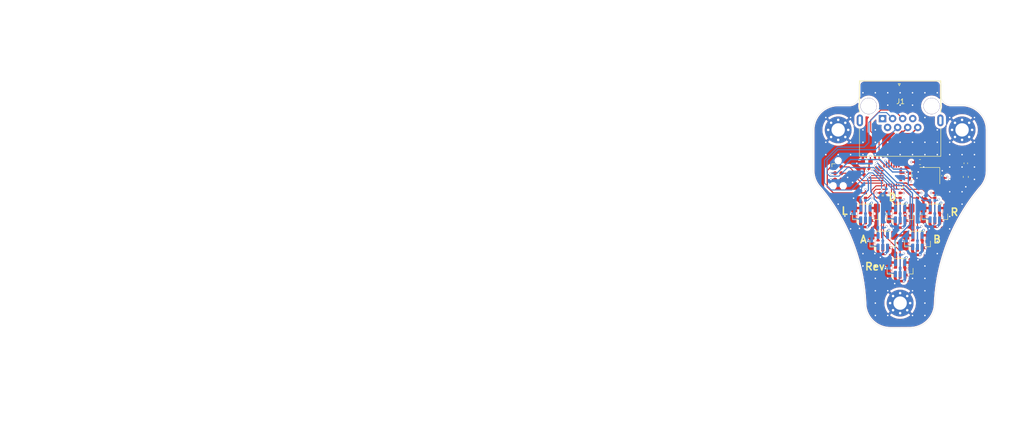
<source format=kicad_pcb>
(kicad_pcb (version 20241229) (generator "pcbnew") (generator_version "9.0")
  (title_block (title "Control Panel Logic Board") (date "2025-04-13") (rev "V3") (company "Geeks For Kids") (comment 1 "Learn Science and Math Club"))
  (layers (0 "F.Cu" signal) (4 "In1.Cu" signal) (6 "In2.Cu" signal) (2 "B.Cu" signal) (13 "F.Paste" user) (15 "B.Paste" user) (5 "F.SilkS" user "F.Silkscreen") (7 "B.SilkS" user "B.Silkscreen") (1 "F.Mask" user) (3 "B.Mask" user) (25 "Edge.Cuts" user))
  (net 0 "")
  (net 1 "GND")
  (net 2 "+5V")
  (net 3 "+3V3")
  (net 4 "nRST")
  (net 5 "nDRIVE_BTN")
  (net 6 "nLEFT_BTN")
  (net 7 "nRIGHT_BTN")
  (net 8 "nSOUND_A_BTN")
  (net 9 "SWDIO")
  (net 10 "SWCLK")
  (net 12 "nSOUND_B_BTN")
  (net 13 "nREVERSE_BTN")
  (net 14 "ACTIVE_SW")
  (net 15 "JOY_Y")
  (net 16 "JOY_X")
  (net 17 "nDRIVE_LED_CTRL")
  (net 18 "nLEFT_LED_CTRL")
  (net 19 "nRIGHT_LED_CTRL")
  (net 20 "nSOUND_A_LED_CTRL")
  (net 21 "nSOUND_B_LED_CTRL")
  (net 22 "nREVERSE_LED_CTRL")
  (net 23 "STATUS_LED")
  (net 24 "Net-(D1-A)")
  (net 25 "CLK_32kHZ_OUT")
  (net 26 "/Output Connectors/LEFT_LED")
  (net 27 "/Output Connectors/DRIVE_LED")
  (net 28 "/Output Connectors/RIGHT_LED")
  (net 29 "/Output Connectors/SOUND_A_LED")
  (net 30 "/Output Connectors/SOUND_B_LED")
  (net 31 "/Output Connectors/REVERSE_LED")
  (net 32 "Net-(U2-~{OC})")
  (net 33 "Net-(U3-~{OC})")
  (net 34 "Net-(U4-~{OC})")
  (net 35 "Net-(U5-~{OC})")
  (net 36 "Net-(U6-~{OC})")
  (net 37 "Net-(U7-~{OC})")
  (footprint "Crystal:Crystal_SMD_3225-4Pin_3.2x2.5mm" (layer "F.Cu") (at 231 94.25 180)
    (property "Reference" "Y1" (hide yes))
    (property "Value" "16MHz" (hide yes))
  )
  (footprint "Useful Modifications:JST_SH_BM03B-SRSS-TB_1x03-1MP_P1.00mm_Vertical" (layer "F.Cu") (at 221.5 107.5)
    (property "Reference" "J6" (hide yes))
    (property "Value" "JST SH")
  )
  (footprint "MountingHole:MountingHole_2.7mm_M2.5_Pad_Via" (layer "F.Cu") (at 225 120)
    (property "Reference" "H3" (hide yes))
    (property "Value" "M2.5" (hide yes))
  )
  (footprint "Useful Modifications:JST_SH_BM03B-SRSS-TB_1x03-1MP_P1.00mm_Vertical" (layer "F.Cu") (at 225 113)
    (property "Reference" "J8" (hide yes))
    (property "Value" "JST SH")
  )
  (footprint "Resistor_SMD:R_0402_1005Metric" (layer "F.Cu") (at 228.5 98.25 -90)
    (property "Reference" "R14" (hide yes))
    (property "Value" "10kΩ" (hide yes))
  )
  (footprint "Capacitor_SMD:C_0402_1005Metric" (layer "F.Cu") (at 238.25 91.75 90)
    (property "Reference" "R1" (hide yes))
    (property "Value" "470Ω" (hide yes))
  )
  (footprint "Resistor_SMD:R_0402_1005Metric" (layer "F.Cu") (at 218 98.25 -90)
    (property "Reference" "R3" (hide yes))
    (property "Value" "10kΩ" (hide yes))
  )
  (footprint "Capacitor_SMD:C_0603_1608Metric" (layer "F.Cu") (at 229 91.5)
    (property "Reference" "C4" (hide yes))
    (property "Value" "10uF" (hide yes))
  )
  (footprint "Useful Modifications:JST_SH_BM03B-SRSS-TB_1x03-1MP_P1.00mm_Vertical" (layer "F.Cu") (at 225 102)
    (property "Reference" "J4" (hide yes))
    (property "Value" "JST SH")
  )
  (footprint "Capacitor_SMD:C_0603_1608Metric" (layer "F.Cu") (at 218.25 91.5 180)
    (property "Reference" "C3" (hide yes))
    (property "Value" "10uF" (hide yes))
  )
  (footprint "Resistor_SMD:R_0402_1005Metric" (layer "F.Cu") (at 232 98.25 -90)
    (property "Reference" "R7" (hide yes))
    (property "Value" "10kΩ" (hide yes))
  )
  (footprint "Resistor_SMD:R_0402_1005Metric" (layer "F.Cu") (at 225 98.25 -90)
    (property "Reference" "R5" (hide yes))
    (property "Value" "10kΩ" (hide yes))
  )
  (footprint "MountingHole:MountingHole_2.7mm_M2.5_Pad_Via" (layer "F.Cu") (at 212.5 85)
    (property "Reference" "H1" (hide yes))
    (property "Value" "M2.5" (hide yes))
  )
  (footprint "Useful Modifications:JST_SH_BM03B-SRSS-TB_1x03-1MP_P1.00mm_Vertical" (layer "F.Cu") (at 218 102)
    (property "Reference" "J3" (hide yes))
    (property "Value" "JST SH")
  )
  (footprint "Capacitor_SMD:C_0402_1005Metric" (layer "F.Cu") (at 227.4 93.75)
    (property "Reference" "C5" (hide yes))
    (property "Value" "100nF" (hide yes))
  )
  (footprint "Resistor_SMD:R_0402_1005Metric" (layer "F.Cu") (at 222 98.25 -90)
    (property "Reference" "R16" (hide yes))
    (property "Value" "10kΩ" (hide yes))
  )
  (footprint "Useful Modifications:STM32G031G8U6" (layer "F.Cu") (at 223.25 94.25 180)
    (property "Reference" "U1" (hide yes))
    (property "Value" "UFQFPN-28" (hide yes))
  )
  (footprint "Useful Modifications:JST_SH_BM03B-SRSS-TB_1x03-1MP_P1.00mm_Vertical" (layer "F.Cu") (at 228.5 107.5)
    (property "Reference" "J7" (hide yes))
    (property "Value" "JST SH")
  )
  (footprint "Capacitor_SMD:C_0402_1005Metric" (layer "F.Cu") (at 218.25 92.75 180)
    (property "Reference" "C1" (hide yes))
    (property "Value" "100nF" (hide yes))
  )
  (footprint "Capacitor_SMD:C_0402_1005Metric" (layer "F.Cu") (at 227.4 94.75)
    (property "Reference" "C2" (hide yes))
    (property "Value" "100nF" (hide yes))
  )
  (footprint "Capacitor_SMD:C_0603_1608Metric" (layer "F.Cu") (at 238.25 94.5 90)
    (property "Reference" "D1" (hide yes))
    (property "Value" "Red" (hide yes))
  )
  (footprint "Useful Modifications:JST_SH_BM03B-SRSS-TB_1x03-1MP_P1.00mm_Vertical" (layer "F.Cu") (at 232 102)
    (property "Reference" "J5" (hide yes))
    (property "Value" "JST SH")
  )
  (footprint "Useful Modifications:RJ45_x08_Tab_Up" (layer "F.Cu") (at 225.23098 79.12082 180)
    (property "Reference" "J1")
    (property "Value" "8P8C" (hide yes))
  )
  (footprint "Resistor_SMD:R_0402_1005Metric" (layer "F.Cu") (at 221 98.25 -90)
    (property "Reference" "R12" (hide yes))
    (property "Value" "10kΩ" (hide yes))
  )
  (footprint "MountingHole:MountingHole_2.7mm_M2.5_Pad_Via" (layer "F.Cu") (at 237.5 85)
    (property "Reference" "H2" (hide yes))
    (property "Value" "M2.5" (hide yes))
  )
  (footprint "Capacitor_SMD:C_0402_1005Metric" (layer "F.Cu") (at 233.75 94.25 -90)
    (property "Reference" "C6" (hide yes))
    (property "Value" "100nF" (hide yes))
  )
  (footprint "Connector:Tag-Connect_TC2030-IDC-NL_2x03_P1.27mm_Vertical" (layer "F.Cu") (at 212.5 93.75 -90)
    (property "Reference" "J2" (hide yes))
    (property "Value" "TC2030" (hide yes))
  )
  (footprint "Resistor_SMD:R_0402_1005Metric" (layer "B.Cu") (at 224.5 99.25 180)
    (property "Reference" "R4" (hide yes))
    (property "Value" "10kΩ" (hide yes))
  )
  (footprint "Resistor_SMD:R_0402_1005Metric" (layer "B.Cu") (at 219.25 108 90)
    (property "Reference" "R17" (hide yes))
    (property "Value" "10kΩ" (hide yes))
  )
  (footprint "Resistor_SMD:R_0402_1005Metric" (layer "B.Cu") (at 217.5 99.25 180)
    (property "Reference" "R2" (hide yes))
    (property "Value" "10kΩ" (hide yes))
  )
  (footprint "Resistor_SMD:R_0402_1005Metric" (layer "B.Cu") (at 226.25 108 90)
    (property "Reference" "R18" (hide yes))
    (property "Value" "10kΩ" (hide yes))
  )
  (footprint "Resistor_SMD:R_0402_1005Metric" (layer "B.Cu") (at 224.5 110.25 180)
    (property "Reference" "R15" (hide yes))
    (property "Value" "10kΩ" (hide yes))
  )
  (footprint "Resistor_SMD:R_0402_1005Metric" (layer "B.Cu") (at 222.75 102.5 90)
    (property "Reference" "R9" (hide yes))
    (property "Value" "10kΩ" (hide yes))
  )
  (footprint "Package_TO_SOT_SMD:SOT-23-5" (layer "B.Cu") (at 232 102 90)
    (property "Reference" "U4" (hide yes))
    (property "Value" "TPS2041B" (hide yes))
  )
  (footprint "Package_TO_SOT_SMD:SOT-23-5" (layer "B.Cu") (at 225 102 90)
    (property "Reference" "U3" (hide yes))
    (property "Value" "TPS2041B" (hide yes))
  )
  (footprint "Resistor_SMD:R_0402_1005Metric" (layer "B.Cu") (at 221 104.75 180)
    (property "Reference" "R11" (hide yes))
    (property "Value" "10kΩ" (hide yes))
  )
  (footprint "Package_TO_SOT_SMD:SOT-23-5" (layer "B.Cu") (at 221.5 107.5 90)
    (property "Reference" "U5" (hide yes))
    (property "Value" "TPS2041B" (hide yes))
  )
  (footprint "Resistor_SMD:R_0402_1005Metric" (layer "B.Cu") (at 222.75 113.5 90)
    (property "Reference" "R19" (hide yes))
    (property "Value" "10kΩ" (hide yes))
  )
  (footprint "Package_TO_SOT_SMD:SOT-23-5" (layer "B.Cu") (at 218 102 90)
    (property "Reference" "U2" (hide yes))
    (property "Value" "TPS2041B" (hide yes))
  )
  (footprint "Resistor_SMD:R_0402_1005Metric" (layer "B.Cu") (at 215.75 102.5 90)
    (property "Reference" "R8" (hide yes))
    (property "Value" "10kΩ" (hide yes))
  )
  (footprint "Resistor_SMD:R_0402_1005Metric" (layer "B.Cu") (at 231.5 99.25 180)
    (property "Reference" "R6" (hide yes))
    (property "Value" "10kΩ" (hide yes))
  )
  (footprint "Package_TO_SOT_SMD:SOT-23-5" (layer "B.Cu") (at 228.5 107.5 90)
    (property "Reference" "U6" (hide yes))
    (property "Value" "TPS2041B" (hide yes))
  )
  (footprint "Resistor_SMD:R_0402_1005Metric" (layer "B.Cu") (at 228 104.75 180)
    (property "Reference" "R13" (hide yes))
    (property "Value" "10kΩ" (hide yes))
  )
  (footprint "Package_TO_SOT_SMD:SOT-23-5" (layer "B.Cu") (at 225 113 90)
    (property "Reference" "U7" (hide yes))
    (property "Value" "TPS2041B" (hide yes))
  )
  (footprint "Resistor_SMD:R_0402_1005Metric" (layer "B.Cu") (at 229.75 102.5 90)
    (property "Reference" "R10" (hide yes))
    (property "Value" "10kΩ" (hide yes))
  )
  (gr_line (start 233.25 76) (end 233.25 78) (stroke (width 0.05)) (layer "Edge.Cuts"))
  (gr_line (start 212.5 80) (end 214.75 80) (stroke (width 0.05)) (layer "Edge.Cuts"))
  (gr_line (start 217.75 75) (end 232.25 75) (stroke (width 0.05)) (layer "Edge.Cuts"))
  (gr_line (start 242.5 85) (end 242.5 93.25) (stroke (width 0.05)) (layer "Edge.Cuts"))
  (gr_arc (start 232.028885 120.001324) (mid 230.555491 123.556427) (end 227 125.028885) (stroke (width 0.05)) (layer "Edge.Cuts"))
  (gr_arc (start 237.5 80) (mid 241.035534 81.464466) (end 242.5 85) (stroke (width 0.05)) (layer "Edge.Cuts"))
  (gr_arc (start 208.954952 96.775997) (mid 207.878027 95.157193) (end 207.499998 93.25) (stroke (width 0.05)) (layer "Edge.Cuts"))
  (gr_arc (start 208.954952 96.775997) (mid 215.362124 107.6505) (end 217.960796 120.001759) (stroke (width 0.05)) (layer "Edge.Cuts"))
  (gr_arc (start 216.75 78) (mid 216.164214 79.414214) (end 214.75 80) (stroke (width 0.05)) (layer "Edge.Cuts"))
  (gr_arc (start 207.5 85) (mid 208.964466 81.464466) (end 212.5 80) (stroke (width 0.05)) (layer "Edge.Cuts"))
  (gr_arc (start 232.028885 120.001316) (mid 234.633738 107.651643) (end 241.042598 96.778456) (stroke (width 0.05)) (layer "Edge.Cuts"))
  (gr_line (start 225 125.039204) (end 227 125.028885) (stroke (width 0.05)) (layer "Edge.Cuts"))
  (gr_arc (start 216.75 76) (mid 217.042893 75.292893) (end 217.75 75) (stroke (width 0.05)) (layer "Edge.Cuts"))
  (gr_arc (start 223 125.039204) (mid 219.437372 123.563882) (end 217.960796 120.001774) (stroke (width 0.05)) (layer "Edge.Cuts"))
  (gr_arc (start 242.5 93.25) (mid 242.121309 95.158797) (end 241.042598 96.778456) (stroke (width 0.05)) (layer "Edge.Cuts"))
  (gr_line (start 235.25 80) (end 237.5 80) (stroke (width 0.05)) (layer "Edge.Cuts"))
  (gr_line (start 216.75 76) (end 216.75 78) (stroke (width 0.05)) (layer "Edge.Cuts"))
  (gr_line (start 223 125.039204) (end 225 125.039204) (stroke (width 0.05)) (layer "Edge.Cuts"))
  (gr_line (start 207.5 85) (end 207.5 93.25) (stroke (width 0.05)) (layer "Edge.Cuts"))
  (gr_arc (start 235.25 80) (mid 233.835786 79.414214) (end 233.25 78) (stroke (width 0.05)) (layer "Edge.Cuts"))
  (gr_arc (start 232.25 75) (mid 232.957107 75.292893) (end 233.25 76) (stroke (width 0.05)) (layer "Edge.Cuts"))
  (gr_text "L" (at 213 102.25 0) (layer "F.SilkS") (effects (font (size 1.5 1.5) (thickness 0.3) (bold yes)) (justify left bottom)))
  (gr_text "Rev" (at 217.75 113.5 0) (layer "F.SilkS") (effects (font (size 1.5 1.5) (thickness 0.3) (bold yes)) (justify left bottom)))
  (gr_text "D" (at 222.5 99.5 0) (layer "F.SilkS") (effects (font (size 1.5 1.5) (thickness 0.3) (bold yes)) (justify left bottom)))
  (gr_text "B" (at 231.5 108 0) (layer "F.SilkS") (effects (font (size 1.5 1.5) (thickness 0.3) (bold yes)) (justify left bottom)))
  (gr_text "A" (at 216.75 108 0) (layer "F.SilkS") (effects (font (size 1.5 1.5) (thickness 0.3) (bold yes)) (justify left bottom)))
  (gr_text "R" (at 235 102.5 0) (layer "F.SilkS") (effects (font (size 1.5 1.5) (thickness 0.3) (bold yes)) (justify left bottom)))
  (segment (start 223.175 108.825) (end 222.5 108.825) (width 0.508) (layer "F.Cu") (net 1))
  (segment (start 226 102.05) (end 226 103.325) (width 0.508) (layer "F.Cu") (net 1))
  (segment (start 228.4 93.75) (end 228.65 93.5) (width 0.2032) (layer "F.Cu") (net 1))
  (segment (start 229.8 93.5) (end 229.9 93.4) (width 0.2032) (layer "F.Cu") (net 1))
  (segment (start 217.25 93.75) (end 217.5 93.75) (width 0.254) (layer "F.Cu") (net 1))
  (segment (start 217.475 91.5) (end 216.5 91.5) (width 0.508) (layer "F.Cu") (net 1))
  (segment (start 229.9 92.65) (end 229.75 92.5) (width 0.2032) (layer "F.Cu") (net 1))
  (segment (start 217.77 93.48) (end 217.77 92.75) (width 0.254) (layer "F.Cu") (net 1))
  (segment (start 217.5 93.75) (end 217.77 93.48) (width 0.254) (layer "F.Cu") (net 1))
  (segment (start 225.973797 94.22338) (end 225.947177 94.25) (width 0.2032) (layer "F.Cu") (net 1))
  (segment (start 219.75 103.325) (end 219 103.325) (width 0.508) (layer "F.Cu") (net 1))
  (segment (start 226.036927 94.22338) (end 225.973797 94.22338) (width 0.2032) (layer "F.Cu") (net 1))
  (segment (start 229.9 93.4) (end 229.9 92.65) (width 0.2032) (layer "F.Cu") (net 1))
  (segment (start 225.947177 94.25) (end 225.2947 94.25) (width 0.2032) (layer "F.Cu") (net 1))
  (segment (start 227.88 94.75) (end 228.4 94.75) (width 0.2032) (layer "F.Cu") (net 1))
  (segment (start 227.88 93.75) (end 228.4 93.75) (width 0.2032) (layer "F.Cu") (net 1))
  (segment (start 233.757515 103.325) (end 233 103.325) (width 0.508) (layer "F.Cu") (net 1))
  (segment (start 238.25 95.275) (end 238.25 96.5) (width 0.508) (layer "F.Cu") (net 1))
  (segment (start 211.02 95.02) (end 211.865 95.02) (width 0.254) (layer "F.Cu") (net 1))
  (segment (start 228.65 93.5) (end 229.8 93.5) (width 0.2032) (layer "F.Cu") (net 1))
  (segment (start 233.5 93.77) (end 233.5 93.25) (width 0.2032) (layer "F.Cu") (net 1))
  (segment (start 230.15 108.825) (end 229.5 108.825) (width 0.508) (layer "F.Cu") (net 1))
  (segment (start 233.763732 103.331217) (end 233.757515 103.325) (width 0.508) (layer "F.Cu") (net 1))
  (segment (start 226.675 114.325) (end 226 114.325) (width 0.508) (layer "F.Cu") (net 1))
  (segment (start 216.5 91.5) (end 216.25 91.75) (width 0.508) (layer "F.Cu") (net 1))
  (via (at 230 87.5) (size 0.4) (drill 0.3) (layers "F.Cu" "B.Cu") (net 1))
  (via (at 215 102) (size 0.4) (drill 0.3) (layers "F.Cu" "B.Cu") (net 1))
  (via (at 212.5 90) (size 0.4) (drill 0.3) (layers "F.Cu" "B.Cu") (net 1))
  (via (at 235 90) (size 0.4) (drill 0.3) (layers "F.Cu" "B.Cu") (net 1))
  (via (at 230 115) (size 0.4) (drill 0.3) (layers "F.Cu" "B.Cu") (net 1))
  (via (at 230.9 104.95) (size 0.4) (drill 0.3) (layers "F.Cu" "B.Cu") (net 1))
  (via (at 227.5 80) (size 0.4) (drill 0.3) (layers "F.Cu" "B.Cu") (net 1))
  (via (at 225 87.5) (size 0.4) (drill 0.3) (layers "F.Cu" "B.Cu") (net 1))
  (via (at 240 87.5) (size 0.4) (drill 0.3) (layers "F.Cu" "B.Cu") (net 1))
  (via (at 235 102.5) (size 0.4) (drill 0.3) (layers "F.Cu" "B.Cu") (net 1))
  (via (at 223.175 108.825) (size 0.4) (drill 0.3) (layers "F.Cu" "B.Cu") (net 1))
  (via (at 230 90) (size 0.4) (drill 0.3) (layers "F.Cu" "B.Cu") (net 1))
  (via (at 226.036927 94.22338) (size 0.4) (drill 0.3) (layers "F.Cu" "B.Cu") (net 1))
  (via (at 211.02 95.02) (size 0.4) (drill 0.3) (layers "F.Cu" "B.Cu") (net 1))
  (via (at 222.5 115) (size 0.4) (drill 0.3) (layers "F.Cu" "B.Cu") (net 1))
  (via (at 215 105) (size 0.4) (drill 0.3) (layers "F.Cu" "B.Cu") (net 1))
  (via (at 222.5 80) (size 0.4) (drill 0.3) (layers "F.Cu" "B.Cu") (net 1))
  (via (at 210 90) (size 0.4) (drill 0.3) (layers "F.Cu" "B.Cu") (net 1))
  (via (at 215 90) (size 0.4) (drill 0.3) (layers "F.Cu" "B.Cu") (net 1))
  (via (at 233.763732 103.331217) (size 0.4) (drill 0.3) (layers "F.Cu" "B.Cu") (net 1))
  (via (at 220 117.5) (size 0.4) (drill 0.3) (layers "F.Cu" "B.Cu") (net 1))
  (via (at 235 82.5) (size 0.4) (drill 0.3) (layers "F.Cu" "B.Cu") (net 1))
  (via (at 220 85) (size 0.4) (drill 0.3) (layers "F.Cu" "B.Cu") (net 1))
  (via (at 214.4 94.6) (size 0.4) (drill 0.3) (layers "F.Cu" "B.Cu") (net 1))
  (via (at 238.25 96.5) (size 0.4) (drill 0.3) (layers "F.Cu" "B.Cu") (net 1))
  (via (at 227.5 117.5) (size 0.4) (drill 0.3) (layers "F.Cu" "B.Cu") (net 1))
  (via (at 230 122.5) (size 0.4) (drill 0.3) (layers "F.Cu" "B.Cu") (net 1))
  (via (at 235 87.5) (size 0.4) (drill 0.3) (layers "F.Cu" "B.Cu") (net 1))
  (via (at 227.5 87.5) (size 0.4) (drill 0.3) (layers "F.Cu" "B.Cu") (net 1))
  (via (at 227.5 90) (size 0.4) (drill 0.3) (layers "F.Cu" "B.Cu") (net 1))
  (via (at 223.9 116.05) (size 0.4) (drill 0.3) (layers "F.Cu" "B.Cu") (net 1))
  (via (at 210 82.5) (size 0.4) (drill 0.3) (layers "F.Cu" "B.Cu") (net 1))
  (via (at 226.675 114.325) (size 0.4) (drill 0.3) (layers "F.Cu" "B.Cu") (net 1))
  (via (at 230 77.5) (size 0.4) (drill 0.3) (layers "F.Cu" "B.Cu") (net 1))
  (via (at 227.5 122.5) (size 0.4) (drill 0.3) (layers "F.Cu" "B.Cu") (net 1))
  (via (at 213.85 102.4) (size 0.4) (drill 0.3) (layers "F.Cu" "B.Cu") (net 1))
  (via (at 223.6 104.85) (size 0.4) (drill 0.3) (layers "F.Cu" "B.Cu") (net 1))
  (via (at 228.65 93.5) (size 0.4) (drill 0.3) (layers "F.Cu" "B.Cu") (net 1))
  (via (at 227.5 77.5) (size 0.4) (drill 0.3) (layers "F.Cu" "B.Cu") (net 1))
  (via (at 217.5 110) (size 0.4) (drill 0.3) (layers "F.Cu" "B.Cu") (net 1))
  (via (at 217.5 107.5) (size 0.4) (drill 0.3) (layers "F.Cu" "B.Cu") (net 1))
  (via (at 219.75 103.325) (size 0.4) (drill 0.3) (layers "F.Cu" "B.Cu") (net 1))
  (via (at 215 82.5) (size 0.4) (drill 0.3) (layers "F.Cu" "B.Cu") (net 1))
  (via (at 232.5 77.5) (size 0.4) (drill 0.3) (layers "F.Cu" "B.Cu") (net 1))
  (via (at 220 120) (size 0.4) (drill 0.3) (layers "F.Cu" "B.Cu") (net 1))
  (via (at 217.5 112.5) (size 0.4) (drill 0.3) (layers "F.Cu" "B.Cu") (net 1))
  (via (at 227.5 115) (size 0.4) (drill 0.3) (layers "F.Cu" "B.Cu") (net 1))
  (via (at 217.5 85) (size 0.4) (drill 0.3) (layers "F.Cu" "B.Cu") (net 1))
  (via (at 216.25 91.75) (size 0.4) (drill 0.3) (layers "F.Cu" "B.Cu") (net 1))
  (via (at 230 104) (size 0.4) (drill 0.3) (layers "F.Cu" "B.Cu") (net 1))
  (via (at 240 90) (size 0.4) (drill 0.3) (layers "F.Cu" "B.Cu") (net 1))
  (via (at 229.75 92.5) (size 0.4) (drill 0.3) (layers "F.Cu" "B.Cu") (net 1))
  (via (at 235 105) (size 0.4) (drill 0.3) (layers "F.Cu" "B.Cu") (net 1))
  (via (at 225 77.5) (size 0.4) (drill 0.3) (layers "F.Cu" "B.Cu") (net 1))
  (via (at 240 95) (size 0.4) (drill 0.3) (layers "F.Cu" "B.Cu") (net 1))
  (via (at 220 87.5) (size 0.4) (drill 0.3) (layers "F.Cu" "B.Cu") (net 1))
  (via (at 222.5 122.5) (size 0.4) (drill 0.3) (layers "F.Cu" "B.Cu") (net 1))
  (via (at 212.5 100) (size 0.4) (drill 0.3) (layers "F.Cu" "B.Cu") (net 1))
  (via (at 222.2 102) (size 0.4) (drill 0.3) (layers "F.Cu" "B.Cu") (net 1))
  (via (at 215.6 98.8) (size 0.4) (drill 0.3) (layers "F.Cu" "B.Cu") (net 1))
  (via (at 229.05 102) (size 0.4) (drill 0.3) (layers "F.Cu" "B.Cu") (net 1))
  (via (at 232.5 85) (size 0.4) (drill 0.3) (layers "F.Cu" "B.Cu") (net 1))
  (via (at 235 95) (size 0.4) (drill 0.3) (layers "F.Cu" "B.Cu") (net 1))
  (via (at 219.9 110) (size 0.4) (drill 0.3) (layers "F.Cu" "B.Cu") (net 1))
  (via (at 222.5 87.5) (size 0.4) (drill 0.3) (layers "F.Cu" "B.Cu") (net 1))
  (via (at 237.5 92.5) (size 0.4) (drill 0.3) (layers "F.Cu" "B.Cu") (net 1))
  (via (at 222.5 90) (size 0.4) (drill 0.3) (layers "F.Cu" "B.Cu") (net 1))
  (via (at 220 77.5) (size 0.4) (drill 0.3) (layers "F.Cu" "B.Cu") (net 1))
  (via (at 220 115) (size 0.4) (drill 0.3) (layers "F.Cu" "B.Cu") (net 1))
  (via (at 218.5 107.49) (size 0.4) (drill 0.3) (layers "F.Cu" "B.Cu") (net 1))
  (via (at 232.5 110) (size 0.4) (drill 0.3) (layers "F.Cu" "B.Cu") (net 1))
  (via (at 217.5 90) (size 0.4) (drill 0.3) (layers "F.Cu" "B.Cu") (net 1))
  (via (at 240 92.5) (size 0.4) (drill 0.3) (layers "F.Cu" "B.Cu") (net 1))
  (via (at 225 80) (size 0.4) (drill 0.3) (layers "F.Cu" "B.Cu") (net 1))
  (via (at 223 104) (size 0.4) (drill 0.3) (layers "F.Cu" "B.Cu") (net 1))
  (via (at 220 122.5) (size 0.4) (drill 0.3) (layers "F.Cu" "B.Cu") (net 1))
  (via (at 232.5 107.5) (size 0.4) (drill 0.3) (layers "F.Cu" "B.Cu") (net 1))
  (via (at 230 82.5) (size 0.4) (drill 0.3) (layers "F.Cu" "B.Cu") (net 1))
  (via (at 222.0052 113) (size 0.4) (drill 0.3) (layers "F.Cu" "B.Cu") (net 1))
  (via (at 225.5 107.5) (size 0.4) (drill 0.3) (layers "F.Cu" "B.Cu") (net 1))
  (via (at 230 117.5) (size 0.4) (drill 0.3) (layers "F.Cu" "B.Cu") (net 1))
  (via (at 228.6 111.25) (size 0.4) (drill 0.3) (layers "F.Cu" "B.Cu") (net 1))
  (via (at 235 92.5) (size 0.4) (drill 0.3) (layers "F.Cu" "B.Cu") (net 1))
  (via (at 210 87.5) (size 0.4) (drill 0.3) (layers "F.Cu" "B.Cu") (net 1))
  (via (at 232.5 90) (size 0.4) (drill 0.3) (layers "F.Cu" "B.Cu") (net 1))
  (via (at 221.017748 110.75) (size 0.4) (drill 0.3) (layers "F.Cu" "B.Cu") (net 1))
  (via (at 235 97.5) (size 0.4) (drill 0.3) (layers "F.Cu" "B.Cu") (net 1))
  (via (at 215.4 95.6) (size 0.4) (drill 0.3) (layers "F.Cu" "B.Cu") (net 1))
  (via (at 216.8 104.9) (size 0.4) (drill 0.3) (layers "F.Cu" "B.Cu") (net 1))
  (via (at 232.5 87.5) (size 0.4) (drill 0.3) (layers "F.Cu" "B.Cu") (net 1))
  (via (at 228.4 94.75) (size 0.4) (drill 0.3) (layers "F.Cu" "B.Cu") (net 1))
  (via (at 217.5 87.5) (size 0.4) (drill 0.3) (layers "F.Cu" "B.Cu") (net 1))
  (via (at 217 96.8) (size 0.4) (drill 0.3) (layers "F.Cu" "B.Cu") (net 1))
  (via (at 230.15 108.825) (size 0.4) (drill 0.3) (layers "F.Cu" "B.Cu") (net 1))
  (via (at 220 90) (size 0.4) (drill 0.3) (layers "F.Cu" "B.Cu") (net 1))
  (via (at 233.5 93.25) (size 0.4) (drill 0.3) (layers "F.Cu" "B.Cu") (net 1))
  (via (at 237.5 97.5) (size 0.4) (drill 0.3) (layers "F.Cu" "B.Cu") (net 1))
  (via (at 225 90) (size 0.4) (drill 0.3) (layers "F.Cu" "B.Cu") (net 1))
  (via (at 222.5 77.5) (size 0.4) (drill 0.3) (layers "F.Cu" "B.Cu") (net 1))
  (via (at 217.5 77.5) (size 0.4) (drill 0.3) (layers "F.Cu" "B.Cu") (net 1))
  (via (at 230 112.5) (size 0.4) (drill 0.3) (layers "F.Cu" "B.Cu") (net 1))
  (via (at 226 102.05) (size 0.4) (drill 0.3) (layers "F.Cu" "B.Cu") (net 1))
  (via (at 237.5 90) (size 0.4) (drill 0.3) (layers "F.Cu" "B.Cu") (net 1))
  (via (at 230 120) (size 0.4) (drill 0.3) (layers "F.Cu" "B.Cu") (net 1))
  (via (at 217.25 93.75) (size 0.4) (drill 0.3) (layers "F.Cu" "B.Cu") (net 1))
  (via (at 230 110) (size 0.4) (drill 0.3) (layers "F.Cu" "B.Cu") (net 1))
  (via (at 240 82.5) (size 0.4) (drill 0.3) (layers "F.Cu" "B.Cu") (net 1))
  (via (at 220 112.5) (size 0.4) (drill 0.3) (layers "F.Cu" "B.Cu") (net 1))
  (via (at 237.5 100) (size 0.4) (drill 0.3) (layers "F.Cu" "B.Cu") (net 1))
  (via (at 229.75 98.5) (size 0.4) (drill 0.3) (layers "F.Cu" "B.Cu") (net 1))
  (via (at 215 87.5) (size 0.4) (drill 0.3) (layers "F.Cu" "B.Cu") (net 1))
  (via (at 222.5 117.5) (size 0.4) (drill 0.3) (layers "F.Cu" "B.Cu") (net 1))
  (segment (start 218 103.750001) (end 218 103.1375) (width 0.2032) (layer "B.Cu") (net 1))
  (segment (start 216.850001 104.9) (end 218 103.750001) (width 0.2032) (layer "B.Cu") (net 1))
  (segment (start 223.929773 116.05) (end 225 114.979773) (width 0.2032) (layer "B.Cu") (net 1))
  (segment (start 232 103.979773) (end 232 103.1375) (width 0.2032) (layer "B.Cu") (net 1))
  (segment (start 228.25 108.8875) (end 228.5 108.6375) (width 0.2032) (layer "B.Cu") (net 1))
  (segment (start 222.75 112.99) (end 222.0152 112.99) (width 0.2032) (layer "B.Cu") (net 1))
  (segment (start 222.22236 102.02236) (end 222.71764 102.02236) (width 0.2032) (layer "B.Cu") (net 1))
  (segment (start 225.51 107.49) (end 225.5 107.5) (width 0.2032) (layer "B.Cu") (net 1))
  (segment (start 225 103.75) (end 225 103.1375) (width 0.2032) (layer "B.Cu") (net 1))
  (segment (start 221.5 109.75) (end 221.5 108.6375) (width 0.2032) (layer "B.Cu") (net 1))
  (segment (start 223.9 104.85) (end 225 103.75) (width 0.2032) (layer "B.Cu") (net 1))
  (segment (start 228.25 110.9) (end 228.25 108.8875) (width 0.2032) (layer "B.Cu") (net 1))
  (segment (start 231.029773 104.95) (end 232 103.979773) (width 0.2032) (layer "B.Cu") (net 1))
  (segment (start 229.06 101.99) (end 229.75 101.99) (width 0.2032) (layer "B.Cu") (net 1))
  (segment (start 215.01 101.99) (end 215 102) (width 0.2032) (layer "B.Cu") (net 1))
  (segment (start 228.6 111.25) (end 228.25 110.9) (width 0.2032) (layer "B.Cu") (net 1))
  (segment (start 223.6 104.85) (end 223.9 104.85) (width 0.2032) (layer "B.Cu") (net 1))
  (segment (start 221.017748 110.232252) (end 221.5 109.75) (width 0.2032) (layer "B.Cu") (net 1))
  (segment (start 222.71764 102.02236) (end 222.75 101.99) (width 0.2032) (layer "B.Cu") (net 1))
  (segment (start 229.05 102) (end 229.06 101.99) (width 0.2032) (layer "B.Cu") (net 1))
  (segment (start 222.0152 112.99) (end 222.0052 113) (width 0.2032) (layer "B.Cu") (net 1))
  (segment (start 223.9 116.05) (end 223.929773 116.05) (width 0.2032) (layer "B.Cu") (net 1))
  (segment (start 222.2 102) (end 222.22236 102.02236) (width 0.2032) (layer "B.Cu") (net 1))
  (segment (start 216.8 104.9) (end 216.850001 104.9) (width 0.2032) (layer "B.Cu") (net 1))
  (segment (start 225 114.979773) (end 225 114.1375) (width 0.2032) (layer "B.Cu") (net 1))
  (segment (start 230.9 104.95) (end 231.029773 104.95) (width 0.2032) (layer "B.Cu") (net 1))
  (segment (start 215.75 101.99) (end 215.01 101.99) (width 0.2032) (layer "B.Cu") (net 1))
  (segment (start 218.5 107.49) (end 219.25 107.49) (width 0.2032) (layer "B.Cu") (net 1))
  (segment (start 226.25 107.49) (end 225.51 107.49) (width 0.2032) (layer "B.Cu") (net 1))
  (segment (start 221.017748 110.75) (end 221.017748 110.232252) (width 0.2032) (layer "B.Cu") (net 1))
  (segment (start 219.025 91.5) (end 218.73 91.795) (width 0.254) (layer "F.Cu") (net 2))
  (segment (start 218.4 93.25) (end 218.530674 93.119326) (width 0.254) (layer "F.Cu") (net 2))
  (segment (start 218.530674 92.949326) (end 218.73 92.75) (width 0.254) (layer "F.Cu") (net 2))
  (segment (start 219.025 91.2636) (end 219.025 91.5) (width 0.254) (layer "F.Cu") (net 2))
  (segment (start 219 91.2386) (end 219.025 91.2636) (width 0.254) (layer "F.Cu") (net 2))
  (segment (start 218.73 91.795) (end 218.73 92.75) (width 0.254) (layer "F.Cu") (net 2))
  (segment (start 218.530674 93.119326) (end 218.530674 92.949326) (width 0.254) (layer "F.Cu") (net 2))
  (segment (start 219 90.3) (end 219 91.2386) (width 0.254) (layer "F.Cu") (net 2))
  (via (at 226.25 99.75) (size 0.4) (drill 0.3) (layers "F.Cu" "B.Cu") (net 2))
  (via (at 218.4 93.25) (size 0.4) (drill 0.3) (layers "F.Cu" "B.Cu") (net 2))
  (via (at 226.25 110.75) (size 0.4) (drill 0.3) (layers "F.Cu" "B.Cu") (net 2))
  (via (at 219.25 99.75) (size 0.4) (drill 0.3) (layers "F.Cu" "B.Cu") (net 2))
  (via (at 222.75 105.25) (size 0.4) (drill 0.3) (layers "F.Cu" "B.Cu") (net 2))
  (via (at 229.75 105.25) (size 0.4) (drill 0.3) (layers "F.Cu" "B.Cu") (net 2))
  (via (at 233.25 99.75) (size 0.4) (drill 0.3) (layers "F.Cu" "B.Cu") (net 2))
  (via (at 219 90.3) (size 0.4) (drill 0.3) (layers "F.Cu" "B.Cu") (net 2))
  (segment (start 218.95 100.8625) (end 218.95 100.05) (width 0.508) (layer "B.Cu") (net 2))
  (segment (start 229.45 106.3625) (end 229.45 105.55) (width 0.508) (layer "B.Cu") (net 2))
  (segment (start 225.95 100.8625) (end 225.95 100.05) (width 0.508) (layer "B.Cu") (net 2))
  (segment (start 225.95 111.8625) (end 225.95 111.05) (width 0.508) (layer "B.Cu") (net 2))
  (segment (start 229.45 105.55) (end 229.75 105.25) (width 0.508) (layer "B.Cu") (net 2))
  (segment (start 232.95 100.05) (end 233.25 99.75) (width 0.508) (layer "B.Cu") (net 2))
  (segment (start 232.95 100.8625) (end 232.95 100.05) (width 0.508) (layer "B.Cu") (net 2))
  (segment (start 225.95 100.05) (end 226.25 99.75) (width 0.508) (layer "B.Cu") (net 2))
  (segment (start 225.95 111.05) (end 226.25 110.75) (width 0.508) (layer "B.Cu") (net 2))
  (segment (start 218.95 100.05) (end 219.25 99.75) (width 0.508) (layer "B.Cu") (net 2))
  (segment (start 222.45 105.55) (end 222.75 105.25) (width 0.508) (layer "B.Cu") (net 2))
  (segment (start 222.45 106.3625) (end 222.45 105.55) (width 0.508) (layer "B.Cu") (net 2))
  (segment (start 221 97.74) (end 220.26 97.74) (width 0.2032) (layer "F.Cu") (net 3))
  (segment (start 226.76962 94.75038) (end 226.77 94.75) (width 0.25) (layer "F.Cu") (net 3))
  (segment (start 228.5 97.74) (end 229.24 97.74) (width 0.2032) (layer "F.Cu") (net 3))
  (segment (start 211.865 92.48) (end 211 92.48) (width 0.254) (layer "F.Cu") (net 3))
  (segment (start 225.74 97.74) (end 225.75 97.75) (width 0.2032) (layer "F.Cu") (net 3))
  (segment (start 220.26 97.74) (end 220.25 97.75) (width 0.2032) (layer "F.Cu") (net 3))
  (segment (start 228.225 91.5) (end 227.25 91.5) (width 0.254) (layer "F.Cu") (net 3))
  (segment (start 233.13 95.1) (end 232.1 95.1) (width 0.25) (layer "F.Cu") (net 3))
  (segment (start 227.1276 95.3692) (end 226.77 95.0116) (width 0.254) (layer "F.Cu") (net 3))
  (segment (start 227.177 95.3692) (end 227.1276 95.3692) (width 0.254) (layer "F.Cu") (net 3))
  (segment (start 233.5 94.73) (end 233.13 95.1) (width 0.25) (layer "F.Cu") (net 3))
  (segment (start 226.25 94.75038) (end 226.76962 94.75038) (width 0.25) (layer "F.Cu") (net 3))
  (segment (start 234.5 94.5) (end 234.27 94.73) (width 0.25) (layer "F.Cu") (net 3))
  (segment (start 225.2947 94.75038) (end 226.25 94.75038) (width 0.254) (layer "F.Cu") (net 3))
  (segment (start 211.54 97.74) (end 218 97.74) (width 0.254) (layer "F.Cu") (net 3))
  (segment (start 210.3 96.5) (end 211.54 97.74) (width 0.254) (layer "F.Cu") (net 3))
  (segment (start 234.27 94.73) (end 233.5 94.73) (width 0.25) (layer "F.Cu") (net 3))
  (segment (start 232 97.74) (end 231.26 97.74) (width 0.2032) (layer "F.Cu") (net 3))
  (segment (start 229.24 97.74) (end 229.25 97.75) (width 0.2032) (layer "F.Cu") (net 3))
  (segment (start 222.74 97.74) (end 222 97.74) (width 0.2032) (layer "F.Cu") (net 3))
  (segment (start 226.77 95.0116) (end 226.77 94.75) (width 0.254) (layer "F.Cu") (net 3))
  (segment (start 231.26 97.74) (end 231.25 97.75) (width 0.2032) (layer "F.Cu") (net 3))
  (segment (start 225 97.74) (end 225.74 97.74) (width 0.2032) (layer "F.Cu") (net 3))
  (segment (start 210.3 93.18) (end 210.3 96.5) (width 0.254) (layer "F.Cu") (net 3))
  (segment (start 218 97.74) (end 218 97) (width 0.2032) (layer "F.Cu") (net 3))
  (segment (start 211 92.48) (end 210.3 93.18) (width 0.254) (layer "F.Cu") (net 3))
  (via (at 225.75 97.75) (size 0.4) (drill 0.3) (layers "F.Cu" "B.Cu") (net 3))
  (via (at 218 97) (size 0.4) (drill 0.3) (layers "F.Cu" "B.Cu") (net 3))
  (via (at 222.25 104.5) (size 0.4) (drill 0.3) (layers "F.Cu" "B.Cu") (net 3))
  (via (at 229.25 104.5) (size 0.4) (drill 0.3) (layers "F.Cu" "B.Cu") (net 3))
  (via (at 232.75 99) (size 0.4) (drill 0.3) (layers "F.Cu" "B.Cu") (net 3))
  (via (at 220.25 97.75) (size 0.4) (drill 0.3) (layers "F.Cu" "B.Cu") (net 3))
  (via (at 234.5 94.5) (size 0.4) (drill 0.3) (layers "F.Cu" "B.Cu") (net 3))
  (via (at 227.25 91.5) (size 0.4) (drill 0.3) (layers "F.Cu" "B.Cu") (net 3))
  (via (at 219.21427 98.75) (size 0.4) (drill 0.3) (layers "F.Cu" "B.Cu") (net 3))
  (via (at 227.177 95.3692) (size 0.4) (drill 0.3) (layers "F.Cu" "B.Cu") (net 3))
  (via (at 231.25 97.75) (size 0.4) (drill 0.3) (layers "F.Cu" "B.Cu") (net 3))
  (via (at 222.74 97.74) (size 0.4) (drill 0.3) (layers "F.Cu" "B.Cu") (net 3))
  (via (at 225.75 99) (size 0.4) (drill 0.3) (layers "F.Cu" "B.Cu") (net 3))
  (via (at 225.75 110) (size 0.4) (drill 0.3) (layers "F.Cu" "B.Cu") (net 3))
  (via (at 229.25 97.75) (size 0.4) (drill 0.3) (layers "F.Cu" "B.Cu") (net 3))
  (segment (start 219.21427 98.75) (end 219 98.75) (width 0.2032) (layer "B.Cu") (net 3))
  (segment (start 221.51 104.75) (end 222 104.75) (width 0.2032) (layer "B.Cu") (net 3))
  (segment (start 219 98.75) (end 218.5 99.25) (width 0.2032) (layer "B.Cu") (net 3))
  (segment (start 218.5 99.25) (end 218.01 99.25) (width 0.2032) (layer "B.Cu") (net 3))
  (segment (start 225.5 99.25) (end 225.75 99) (width 0.2032) (layer "B.Cu") (net 3))
  (segment (start 232.75 99) (end 232.5 99.25) (width 0.2032) (layer "B.Cu") (net 3))
  (segment (start 232.5 99.25) (end 232.01 99.25) (width 0.2032) (layer "B.Cu") (net 3))
  (segment (start 225.75 110) (end 225.5 110.25) (width 0.2032) (layer "B.Cu") (net 3))
  (segment (start 229.25 104.5) (end 229 104.75) (width 0.2032) (layer "B.Cu") (net 3))
  (segment (start 229 104.75) (end 228.51 104.75) (width 0.2032) (layer "B.Cu") (net 3))
  (segment (start 225.5 110.25) (end 225.01 110.25) (width 0.2032) (layer "B.Cu") (net 3))
  (segment (start 225.01 99.25) (end 225.5 99.25) (width 0.2032) (layer "B.Cu") (net 3))
  (segment (start 222 104.75) (end 222.25 104.5) (width 0.2032) (layer "B.Cu") (net 3))
  (segment (start 225.2947 93.74962) (end 225.76681 93.74962) (width 0.25) (layer "F.Cu") (net 4))
  (segment (start 225.968784 93.547646) (end 226.052354 93.547646) (width 0.25) (layer "F.Cu") (net 4))
  (segment (start 225.76681 93.74962) (end 225.968784 93.547646) (width 0.25) (layer "F.Cu") (net 4))
  (segment (start 226.717646 93.547646) (end 226.052354 93.547646) (width 0.25) (layer "F.Cu") (net 4))
  (segment (start 211.865 93.75) (end 211 93.75) (width 0.254) (layer "F.Cu") (net 4))
  (segment (start 226.76962 93.74962) (end 226.77 93.75) (width 0.25) (layer "F.Cu") (net 4))
  (segment (start 226.92 93.75) (end 226.717646 93.547646) (width 0.25) (layer "F.Cu") (net 4))
  (via (at 211 93.75) (size 0.4) (drill 0.3) (layers "F.Cu" "B.Cu") (net 4))
  (via (at 226.052354 93.547646) (size 0.4) (drill 0.3) (layers "F.Cu" "B.Cu") (net 4))
  (segment (start 215.0062 90.9938) (end 212.25 93.75) (width 0.254) (layer "B.Cu") (net 4))
  (segment (start 212.25 93.75) (end 211 93.75) (width 0.254) (layer "B.Cu") (net 4))
  (segment (start 226.009908 93.5052) (end 223.4552 93.5052) (width 0.254) (layer "B.Cu") (net 4))
  (segment (start 226.052354 93.547646) (end 226.009908 93.5052) (width 0.254) (layer "B.Cu") (net 4))
  (segment (start 223.4552 93.5052) (end 220.9438 90.9938) (width 0.254) (layer "B.Cu") (net 4))
  (segment (start 220.9438 90.9938) (end 215.0062 90.9938) (width 0.254) (layer "B.Cu") (net 4))
  (segment (start 225 103.325) (end 225 98.76) (width 0.2032) (layer "F.Cu") (net 5))
  (segment (start 223.75038 98.25038) (end 224.26 98.76) (width 0.2032) (layer "F.Cu") (net 5))
  (segment (start 223.75038 96.2947) (end 223.75038 98.25038) (width 0.2032) (layer "F.Cu") (net 5))
  (segment (start 224.26 98.76) (end 225 98.76) (width 0.2032) (layer "F.Cu") (net 5))
  (segment (start 220.1553 96.2947) (end 219.25 97.2) (width 0.2032) (layer "F.Cu") (net 6))
  (segment (start 219.25 97.2) (end 219.25 98) (width 0.2032) (layer "F.Cu") (net 6))
  (segment (start 221.74886 96.2947) (end 220.1553 96.2947) (width 0.2032) (layer "F.Cu") (net 6))
  (segment (start 218.5 98.75) (end 218.01 98.75) (width 0.2032) (layer "F.Cu") (net 6))
  (segment (start 219.25 98) (end 218.5 98.75) (width 0.2032) (layer "F.Cu") (net 6))
  (segment (start 218 98.76) (end 218 103.325) (width 0.2032) (layer "F.Cu") (net 6))
  (segment (start 218.01 98.75) (end 218 98.76) (width 0.2032) (layer "F.Cu") (net 6))
  (segment (start 224.75114 96.2947) (end 226.2021 96.2947) (width 0.2032) (layer "F.Cu") (net 7))
  (segment (start 232 98.76) (end 232 103.325) (width 0.2032) (layer "F.Cu") (net 7))
  (segment (start 229.5 97) (end 231.26 98.76) (width 0.2032) (layer "F.Cu") (net 7))
  (segment (start 226.9074 97) (end 229.5 97) (width 0.2032) (layer "F.Cu") (net 7))
  (segment (start 226.2021 96.2947) (end 226.9074 97) (width 0.2032) (layer "F.Cu") (net 7))
  (segment (start 231.26 98.76) (end 232 98.76) (width 0.2032) (layer "F.Cu") (net 7))
  (segment (start 221 99.5) (end 221.25 99.75) (width 0.2032) (layer "F.Cu") (net 8))
  (segment (start 221.25 99.75) (end 221.25 106.75) (width 0.2032) (layer "F.Cu") (net 8))
  (segment (start 220.26 98.76) (end 219.7 98.2) (width 0.2032) (layer "F.Cu") (net 8))
  (segment (start 222.24924 96.75076) (end 222.24924 96.2947) (width 0.2032) (layer "F.Cu") (net 8))
  (segment (start 221.5 107) (end 221.5 108.825) (width 0.2032) (layer "F.Cu") (net 8))
  (segment (start 221.25 106.75) (end 221.5 107) (width 0.2032) (layer "F.Cu") (net 8))
  (segment (start 221 98.76) (end 220.26 98.76) (width 0.2032) (layer "F.Cu") (net 8))
  (segment (start 222 97) (end 222.24924 96.75076) (width 0.2032) (layer "F.Cu") (net 8))
  (segment (start 221 98.76) (end 221 99.5) (width 0.2032) (layer "F.Cu") (net 8))
  (segment (start 219.7 98.2) (end 219.7 97.406177) (width 0.2032) (layer "F.Cu") (net 8))
  (segment (start 220.106177 97) (end 222 97) (width 0.2032) (layer "F.Cu") (net 8))
  (segment (start 219.7 97.406177) (end 220.106177 97) (width 0.2032) (layer "F.Cu") (net 8))
  (via (at 221.25 97) (size 0.4) (drill 0.3) (layers "F.Cu" "B.Cu") (net 8))
  (segment (start 221.25 97) (end 221.25 95.464492) (width 0.2032) (layer "B.Cu") (net 8))
  (segment (start 218.690267 83.473933) (end 220.6642 81.5) (width 0.2032) (layer "B.Cu") (net 8))
  (segment (start 218.652941 93.697059) (end 215.2121 97.1379) (width 0.2032) (layer "B.Cu") (net 8))
  (segment (start 209.75 95.75) (end 209.75 91.097189) (width 0.2032) (layer "B.Cu") (net 8))
  (segment (start 215.2121 97.1379) (end 211.132788 97.1379) (width 0.2032) (layer "B.Cu") (net 8))
  (segment (start 223.47 82.72) (end 223.48 82.72) (width 0.2032) (layer "B.Cu") (net 8))
  (segment (start 210.6361 96.6361) (end 209.75 95.75) (width 0.2032) (layer "B.Cu") (net 8))
  (segment (start 219.482567 93.697059) (end 218.652941 93.697059) (width 0.2032) (layer "B.Cu") (net 8))
  (segment (start 212.376377 88.470812) (end 217.779188 88.470812) (width 0.2032) (layer "B.Cu") (net 8))
  (segment (start 222.25 81.5) (end 223.47 82.72) (width 0.2032) (layer "B.Cu") (net 8))
  (segment (start 211.132788 97.1379) (end 210.6361 96.641212) (width 0.2032) (layer "B.Cu") (net 8))
  (segment (start 221.25 95.464492) (end 219.482567 93.697059) (width 0.2032) (layer "B.Cu") (net 8))
  (segment (start 210.6361 96.641212) (end 210.6361 96.6361) (width 0.2032) (layer "B.Cu") (net 8))
  (segment (start 220.6642 81.5) (end 222.25 81.5) (width 0.2032) (layer "B.Cu") (net 8))
  (segment (start 217.779188 88.470812) (end 218.690267 87.559733) (width 0.2032) (layer "B.Cu") (net 8))
  (segment (start 218.690267 87.559733) (end 218.690267 83.473933) (width 0.2032) (layer "B.Cu") (net 8))
  (segment (start 209.75 91.097189) (end 212.376377 88.470812) (width 0.2032) (layer "B.Cu") (net 8))
  (segment (start 214.73 92.48) (end 213.135 92.48) (width 0.2032) (layer "F.Cu") (net 9))
  (segment (start 217.50076 95.25076) (end 214.73 92.48) (width 0.2032) (layer "F.Cu") (net 9))
  (segment (start 221.2053 95.25076) (end 217.50076 95.25076) (width 0.2032) (layer "F.Cu") (net 9))
  (segment (start 215.25 93.75) (end 213.135 93.75) (width 0.2032) (layer "F.Cu") (net 10))
  (segment (start 221.2053 95.75114) (end 217.25114 95.75114) (width 0.2032) (layer "F.Cu") (net 10))
  (segment (start 217.25114 95.75114) (end 215.25 93.75) (width 0.2032) (layer "F.Cu") (net 10))
  (segment (start 224.25076 96.2947) (end 224.25076 96.75076) (width 0.2032) (layer "F.Cu") (net 12))
  (segment (start 224.5 97) (end 225.75 97) (width 0.2032) (layer "F.Cu") (net 12))
  (segment (start 227.51 98.76) (end 228.5 98.76) (width 0.2032) (layer "F.Cu") (net 12))
  (segment (start 224.25076 96.75076) (end 224.5 97) (width 0.2032) (layer "F.Cu") (net 12))
  (segment (start 228.5 98.76) (end 228.5 108.825) (width 0.2032) (layer "F.Cu") (net 12))
  (segment (start 225.75 97) (end 227.51 98.76) (width 0.2032) (layer "F.Cu") (net 12))
  (via (at 225 97) (size 0.4) (drill 0.3) (layers "F.Cu" "B.Cu") (net 12))
  (segment (start 212.423339 89) (end 220 89) (width 0.2032) (layer "B.Cu") (net 12))
  (segment (start 210.25 93.803052) (end 210.25 91.173339) (width 0.2032) (layer "B.Cu") (net 12))
  (segment (start 210.796948 94.35) (end 210.25 93.803052) (width 0.2032) (layer "B.Cu") (net 12))
  (segment (start 224.07615 97) (end 219.67615 92.6) (width 0.2032) (layer "B.Cu") (net 12))
  (segment (start 210.25 91.173339) (end 212.423339 89) (width 0.2032) (layer "B.Cu") (net 12))
  (segment (start 225 97) (end 224.07615 97) (width 0.2032) (layer "B.Cu") (net 12))
  (segment (start 212.65 94.35) (end 210.796948 94.35) (width 0.2032) (layer "B.Cu") (net 12))
  (segment (start 220 89) (end 224.5 84.5) (width 0.2032) (layer "B.Cu") (net 12))
  (segment (start 214.4 92.6) (end 212.65 94.35) (width 0.2032) (layer "B.Cu") (net 12))
  (segment (start 219.67615 92.6) (end 214.4 92.6) (width 0.2032) (layer "B.Cu") (net 12))
  (segment (start 223.25 96.2947) (end 223.25 98.25) (width 0.2032) (layer "F.Cu") (net 13))
  (segment (start 222.74 98.76) (end 222 98.76) (width 0.2032) (layer "F.Cu") (net 13))
  (segment (start 222 99.5) (end 221.6574 99.8426) (width 0.2032) (layer "F.Cu") (net 13))
  (segment (start 222 98.76) (end 222 99.5) (width 0.2032) (layer "F.Cu") (net 13))
  (segment (start 225 109.5) (end 225 114.325) (width 0.2032) (layer "F.Cu") (net 13))
  (segment (start 221.6574 106.1574) (end 225 109.5) (width 0.2032) (layer "F.Cu") (net 13))
  (segment (start 223.25 98.25) (end 222.74 98.76) (width 0.2032) (layer "F.Cu") (net 13))
  (segment (start 221.6574 99.8426) (end 221.6574 106.1574) (width 0.2032) (layer "F.Cu") (net 13))
  (segment (start 224.2082 87.064792) (end 224.2082 90.041801) (width 0.254) (layer "F.Cu") (net 14))
  (segment (start 225.522992 85.75) (end 224.2082 87.064792) (width 0.254) (layer "F.Cu") (net 14))
  (segment (start 223.518408 90.731594) (end 223.250001 91.000001) (width 0.254) (layer "F.Cu") (net 14))
  (segment (start 223.518408 90.731592) (end 223.518408 90.731594) (width 0.254) (layer "F.Cu") (net 14))
  (segment (start 223.25 92.2053) (end 223.250001 91.000001) (width 0.254) (layer "F.Cu") (net 14))
  (segment (start 228.56 84.5) (end 227.31 85.75) (width 0.254) (layer "F.Cu") (net 14))
  (segment (start 223.518408 90.731592) (end 224.2082 90.041801) (width 0.254) (layer "F.Cu") (net 14))
  (segment (start 227.31 85.75) (end 225.522992 85.75) (width 0.254) (layer "F.Cu") (net 14))
  (segment (start 226.53 84.5) (end 225.7382 85.2918) (width 0.254) (layer "F.Cu") (net 15))
  (segment (start 222.7918 90.810207) (end 222.7918 90.816138) (width 0.254) (layer "F.Cu") (net 15))
  (segment (start 222.7918 90.810207) (end 223.75 89.852008) (width 0.254) (layer "F.Cu") (net 15))
  (segment (start 225.333199 85.2918) (end 225.7382 85.2918) (width 0.254) (layer "F.Cu") (net 15))
  (segment (start 222.74962 90.858318) (end 222.74962 92.2053) (width 0.254) (layer "F.Cu") (net 15))
  (segment (start 223.75 86.875) (end 223.75 89.852008) (width 0.254) (layer "F.Cu") (net 15))
  (segment (start 222.7918 90.816138) (end 222.74962 90.858318) (width 0.254) (layer "F.Cu") (net 15))
  (segment (start 223.75 86.875) (end 225.333199 85.2918) (width 0.254) (layer "F.Cu") (net 15))
  (segment (start 225.51 82.72) (end 223.79 81) (width 0.2032) (layer "F.Cu") (net 16))
  (segment (start 221.74886 91.99886) (end 221.74886 92.2053) (width 0.2032) (layer "F.Cu") (net 16))
  (segment (start 221.0648 81) (end 219.05 83.0148) (width 0.2032) (layer "F.Cu") (net 16))
  (segment (start 219.05 85.3) (end 220.75 87) (width 0.2032) (layer "F.Cu") (net 16))
  (segment (start 220.75 91) (end 221.74886 91.99886) (width 0.2032) (layer "F.Cu") (net 16))
  (segment (start 223.79 81) (end 221.0648 81) (width 0.2032) (layer "F.Cu") (net 16))
  (segment (start 219.05 83.0148) (end 219.05 85.3) (width 0.2032) (layer "F.Cu") (net 16))
  (segment (start 220.75 87) (end 220.75 91) (width 0.2032) (layer "F.Cu") (net 16))
  (segment (start 219.8 93.15) (end 219.792696 93.157304) (width 0.2032) (layer "F.Cu") (net 17))
  (segment (start 219.50679 93.15) (end 219.8 93.15) (width 0.2032) (layer "F.Cu") (net 17))
  (segment (start 219.857304 93.157304) (end 220.44962 93.74962) (width 0.2032) (layer "F.Cu") (net 17))
  (segment (start 219.792696 93.157304) (end 219.857304 93.157304) (width 0.2032) (layer "F.Cu") (net 17))
  (segment (start 220.44962 93.74962) (end 221.2053 93.74962) (width 0.2032) (layer "F.Cu") (net 17))
  (segment (start 219.45839 93.1016) (end 219.50679 93.15) (width 0.2032) (layer "F.Cu") (net 17))
  (via (at 219.45839 93.1016) (size 0.4) (drill 0.3) (layers "F.Cu" "B.Cu") (net 17))
  (segment (start 219.654524 93.15) (end 219.757157 93.252633) (width 0.2032) (layer "B.Cu") (net 17))
  (segment (start 224.05 100.8625) (end 224.05 99.31) (width 0.2032) (layer "B.Cu") (net 17))
  (segment (start 219.757157 93.257157) (end 223.99 97.49) (width 0.2032) (layer "B.Cu") (net 17))
  (segment (start 219.757157 93.252633) (end 219.757157 93.257157) (width 0.2032) (layer "B.Cu") (net 17))
  (segment (start 219.50679 93.15) (end 219.654524 93.15) (width 0.2032) (layer "B.Cu") (net 17))
  (segment (start 224.05 99.31) (end 223.99 99.25) (width 0.2032) (layer "B.Cu") (net 17))
  (segment (start 219.45839 93.1016) (end 219.50679 93.15) (width 0.2032) (layer "B.Cu") (net 17))
  (segment (start 223.99 97.49) (end 223.99 99.25) (width 0.2032) (layer "B.Cu") (net 17))
  (segment (start 218.453802 94.633355) (end 218.704814 94.633355) (width 0.2032) (layer "F.Cu") (net 18))
  (segment (start 221.175277 94.720357) (end 221.2053 94.75038) (width 0.2032) (layer "F.Cu") (net 18))
  (segment (start 218.704814 94.633355) (end 218.791816 94.720357) (width 0.2032) (layer "F.Cu") (net 18))
  (segment (start 218.791816 94.720357) (end 221.175277 94.720357) (width 0.2032) (layer "F.Cu") (net 18))
  (via (at 218.453802 94.633355) (size 0.4) (drill 0.3) (layers "F.Cu" "B.Cu") (net 18))
  (segment (start 218.5 97.246705) (end 218.5 97.25) (width 0.254) (layer "B.Cu") (net 18))
  (segment (start 218.6 97.146705) (end 218.5 97.246705) (width 0.254) (layer "B.Cu") (net 18))
  (segment (start 218.453802 95.253802) (end 218.6 95.4) (width 0.254) (layer "B.Cu") (net 18))
  (segment (start 218.453802 94.693448) (end 218.453802 95.253802) (width 0.254) (layer "B.Cu") (net 18))
  (segment (start 218.6 95.4) (end 218.6 97.146705) (width 0.254) (layer "B.Cu") (net 18))
  (segment (start 217.05 99.31) (end 216.99 99.25) (width 0.254) (layer "B.Cu") (net 18))
  (segment (start 218.393709 94.633355) (end 218.453802 94.693448) (width 0.254) (layer "B.Cu") (net 18))
  (segment (start 217.05 100.8625) (end 217.05 99.31) (width 0.254) (layer "B.Cu") (net 18))
  (segment (start 218.453802 94.633355) (end 218.393709 94.633355) (width 0.254) (layer "B.Cu") (net 18))
  (segment (start 218.5 97.25) (end 216.99 98.76) (width 0.254) (layer "B.Cu") (net 18))
  (segment (start 216.99 98.76) (end 216.99 99.25) (width 0.254) (layer "B.Cu") (net 18))
  (segment (start 222.24924 91.49924) (end 222 91.25) (width 0.254) (layer "F.Cu") (net 19))
  (segment (start 222.24924 92.2053) (end 222.24924 91.49924) (width 0.254) (layer "F.Cu") (net 19))
  (via (at 222 91.25) (size 0.4) (drill 0.3) (layers "F.Cu" "B.Cu") (net 19))
  (segment (start 226.65 93.4) (end 226.172381 92.922381) (width 0.254) (layer "B.Cu") (net 19))
  (segment (start 230.99 99.25) (end 229.75 99.25) (width 0.254) (layer "B.Cu") (net 19))
  (segment (start 226.65 96.15) (end 226.65 93.4) (width 0.254) (layer "B.Cu") (net 19))
  (segment (start 226.172381 92.922381) (end 223.672381 92.922381) (width 0.254) (layer "B.Cu") (net 19))
  (segment (start 223.672381 92.922381) (end 222 91.25) (width 0.254) (layer "B.Cu") (net 19))
  (segment (start 231.05 100.8625) (end 231.05 99.31) (width 0.254) (layer "B.Cu") (net 19))
  (segment (start 229.75 99.25) (end 226.65 96.15) (width 0.254) (layer "B.Cu") (net 19))
  (segment (start 231.05 99.31) (end 230.99 99.25) (width 0.254) (layer "B.Cu") (net 19))
  (segment (start 221.131897 94.217757) (end 221.18472 94.27058) (width 0.2032) (layer "F.Cu") (net 20))
  (segment (start 219 94.217757) (end 221.131897 94.217757) (width 0.2032) (layer "F.Cu") (net 20))
  (segment (start 221.18472 94.27058) (end 221.2053 94.25) (width 0.254) (layer "F.Cu") (net 20))
  (via (at 219 94.217757) (size 0.4) (drill 0.3) (layers "F.Cu" "B.Cu") (net 20))
  (segment (start 219.75 98.2) (end 219.75 98.960976) (width 0.254) (layer "B.Cu") (net 20))
  (segment (start 219.09297 94.99297) (end 219.09297 97.550065) (width 0.254) (layer "B.Cu") (net 20))
  (segment (start 219 94.9) (end 219.09297 94.99297) (width 0.254) (layer "B.Cu") (net 20))
  (segment (start 220.49 99.69) (end 220.49 104.75) (width 0.254) (layer "B.Cu") (net 20))
  (segment (start 220.55 104.81) (end 220.49 104.75) (width 0.254) (layer "B.Cu") (net 20))
  (segment (start 219.09297 97.550065) (end 219.492905 97.95) (width 0.254) (layer "B.Cu") (net 20))
  (segment (start 219.5 97.95) (end 219.75 98.2) (width 0.254) (layer "B.Cu") (net 20))
  (segment (start 219.75 98.960976) (end 219.755488 98.955488) (width 0.254) (layer "B.Cu") (net 20))
  (segment (start 219.492905 97.95) (end 219.5 97.95) (width 0.254) (layer "B.Cu") (net 20))
  (segment (start 220.55 106.3625) (end 220.55 104.81) (width 0.254) (layer "B.Cu") (net 20))
  (segment (start 219 94.217757) (end 219 94.9) (width 0.254) (layer "B.Cu") (net 20))
  (segment (start 219.755488 98.955488) (end 220.49 99.69) (width 0.254) (layer "B.Cu") (net 20))
  (segment (start 220.75 92.45) (end 221.04886 92.74886) (width 0.2032) (layer "F.Cu") (net 21))
  (segment (start 221.04886 92.74886) (end 221.2053 92.74886) (width 0.2032) (layer "F.Cu") (net 21))
  (segment (start 220.75 92.061263) (end 220.75 92.45) (width 0.2032) (layer "F.Cu") (net 21))
  (segment (start 220.276901 91.588164) (end 220.75 92.061263) (width 0.2032) (layer "F.Cu") (net 21))
  (via (at 220.276901 91.588164) (size 0.4) (drill 0.3) (layers "F.Cu" "B.Cu") (net 21))
  (segment (start 227.49 97.79) (end 227.49 104.75) (width 0.254) (layer "B.Cu") (net 21))
  (segment (start 220.276901 91.588164) (end 220.288164 91.588164) (width 0.254) (layer "B.Cu") (net 21))
  (segment (start 225.4 95.7) (end 227.49 97.79) (width 0.254) (layer "B.Cu") (net 21))
  (segment (start 220.288164 91.588164) (end 224.4 95.7) (width 0.254) (layer "B.Cu") (net 21))
  (segment (start 224.4 95.7) (end 225.4 95.7) (width 0.254) (layer "B.Cu") (net 21))
  (segment (start 227.55 104.81) (end 227.49 104.75) (width 0.254) (layer "B.Cu") (net 21))
  (segment (start 227.55 106.3625) (end 227.55 104.81) (width 0.254) (layer "B.Cu") (net 21))
  (segment (start 220.05 92.2) (end 220.05 92.55) (width 0.2032) (layer "F.Cu") (net 22))
  (segment (start 220.74924 93.24924) (end 221.2053 93.24924) (width 0.2032) (layer "F.Cu") (net 22))
  (segment (start 220.05 92.55) (end 220.74924 93.24924) (width 0.2032) (layer "F.Cu") (net 22))
  (via (at 220.05 92.2) (size 0.4) (drill 0.3) (layers "F.Cu" "B.Cu") (net 22))
  (segment (start 223.99 107.087598) (end 223.99 110.25) (width 0.254) (layer "B.Cu") (net 22))
  (segment (start 225.217437 96.232713) (end 227.0318 98.047076) (width 0.254) (layer "B.Cu") (net 22))
  (segment (start 224.032713 96.232713) (end 225.217437 96.232713) (width 0.254) (layer "B.Cu") (net 22))
  (segment (start 220.05 92.2) (end 220.05 92.25) (width 0.254) (layer "B.Cu") (net 22))
  (segment (start 227.0318 98.047076) (end 227.0318 104.045798) (width 0.254) (layer "B.Cu") (net 22))
  (segment (start 223.99 111.8025) (end 224.05 111.8625) (width 0.254) (layer "B.Cu") (net 22))
  (segment (start 227.0318 104.045798) (end 223.99 107.087598) (width 0.254) (layer "B.Cu") (net 22))
  (segment (start 223.99 110.25) (end 223.99 111.8025) (width 0.254) (layer "B.Cu") (net 22))
  (segment (start 220.05 92.25) (end 224.032713 96.232713) (width 0.254) (layer "B.Cu") (net 22))
  (segment (start 238.25 91.27) (end 237.52 91.27) (width 0.254) (layer "F.Cu") (net 23))
  (segment (start 237.52 91.27) (end 235.25 89) (width 0.254) (layer "F.Cu") (net 23))
  (segment (start 224.75114 91.49886) (end 224.75114 92.2053) (width 0.254) (layer "F.Cu") (net 23))
  (segment (start 235.25 89) (end 227.25 89) (width 0.254) (layer "F.Cu") (net 23))
  (segment (start 227.25 89) (end 224.75114 91.49886) (width 0.254) (layer "F.Cu") (net 23))
  (segment (start 238.25 92.23) (end 238.25 93.725) (width 0.2032) (layer "F.Cu") (net 24))
  (segment (start 226.275796 95.75214) (end 226.035953 95.75214) (width 0.25) (layer "F.Cu") (net 25))
  (segment (start 226.616643 96.1) (end 226.380543 95.8639) (width 0.25) (layer "F.Cu") (net 25))
  (segment (start 227.90114 96.1) (end 226.616643 96.1) (width 0.25) (layer "F.Cu") (net 25))
  (segment (start 226.035953 95.75214) (end 226.034953 95.75114) (width 0.25) (layer "F.Cu") (net 25))
  (segment (start 228.90114 95.1) (end 227.90114 96.1) (width 0.25) (layer "F.Cu") (net 25))
  (segment (start 229.9 95.1) (end 228.90114 95.1) (width 0.25) (layer "F.Cu") (net 25))
  (segment (start 226.034953 95.75114) (end 225.2947 95.75114) (width 0.25) (layer "F.Cu") (net 25))
  (segment (start 226.380543 95.856887) (end 226.275796 95.75214) (width 0.25) (layer "F.Cu") (net 25))
  (segment (start 226.380543 95.8639) (end 226.380544 95.8639) (width 0.25) (layer "F.Cu") (net 25))
  (segment (start 226.380543 95.8639) (end 226.380543 95.856887) (width 0.25) (layer "F.Cu") (net 25))
  (segment (start 217.525001 104.625) (end 217 104.099999) (width 0.508) (layer "F.Cu") (net 26))
  (segment (start 217 104.099999) (end 217 103.325) (width 0.508) (layer "F.Cu") (net 26))
  (segment (start 218.375 104.625) (end 217.525001 104.625) (width 0.508) (layer "F.Cu") (net 26))
  (via (at 218.375 104.625) (size 0.4) (drill 0.3) (layers "F.Cu" "B.Cu") (net 26))
  (segment (start 218.375 104.625) (end 218.95 104.05) (width 0.508) (layer "B.Cu") (net 26))
  (segment (start 218.95 104.05) (end 218.95 103.1375) (width 0.508) (layer "B.Cu") (net 26))
  (segment (start 225.5 104.75) (end 224.650001 104.75) (width 0.508) (layer "F.Cu") (net 27))
  (segment (start 224 104.099999) (end 224 103.325) (width 0.508) (layer "F.Cu") (net 27))
  (segment (start 224.650001 104.75) (end 224 104.099999) (width 0.508) (layer "F.Cu") (net 27))
  (via (at 225.5 104.75) (size 0.4) (drill 0.3) (layers "F.Cu" "B.Cu") (net 27))
  (segment (start 225.95 104.3) (end 225.5 104.75) (width 0.508) (layer "B.Cu") (net 27))
  (segment (start 225.95 103.1375) (end 225.95 104.3) (width 0.508) (layer "B.Cu") (net 27))
  (segment (start 231.458201 104.5582) (end 231 104.099999) (width 0.508) (layer "F.Cu") (net 28))
  (segment (start 231 104.099999) (end 231 103.325) (width 0.508) (layer "F.Cu") (net 28))
  (segment (start 232.5 104.5) (end 232.4418 104.5582) (width 0.508) (layer "F.Cu") (net 28))
  (segment (start 232.4418 104.5582) (end 231.458201 104.5582) (width 0.508) (layer "F.Cu") (net 28))
  (via (at 232.5 104.5) (size 0.4) (drill 0.3) (layers "F.Cu" "B.Cu") (net 28))
  (segment (start 232.95 103.1375) (end 232.95 104.05) (width 0.508) (layer "B.Cu") (net 28))
  (segment (start 232.95 104.05) (end 232.5 104.5) (width 0.508) (layer "B.Cu") (net 28))
  (segment (start 221.9418 110.0582) (end 220.958201 110.0582) (width 0.508) (layer "F.Cu") (net 29))
  (segment (start 220.5 109.599999) (end 220.5 108.825) (width 0.508) (layer "F.Cu") (net 29))
  (segment (start 222 110) (end 221.9418 110.0582) (width 0.508) (layer "F.Cu") (net 29))
  (segment (start 220.958201 110.0582) (end 220.5 109.599999) (width 0.508) (layer "F.Cu") (net 29))
  (via (at 222 110) (size 0.4) (drill 0.3) (layers "F.Cu" "B.Cu") (net 29))
  (segment (start 222.45 109.55) (end 222 110) (width 0.508) (layer "B.Cu") (net 29))
  (segment (start 222.45 108.6375) (end 222.45 109.55) (width 0.508) (layer "B.Cu") (net 29))
  (segment (start 228.150001 110.25) (end 227.5 109.599999) (width 0.508) (layer "F.Cu") (net 30))
  (segment (start 229 110.25) (end 228.150001 110.25) (width 0.508) (layer "F.Cu") (net 30))
  (segment (start 227.5 109.599999) (end 227.5 108.825) (width 0.508) (layer "F.Cu") (net 30))
  (via (at 229 110.25) (size 0.4) (drill 0.3) (layers "F.Cu" "B.Cu") (net 30))
  (segment (start 229.45 109.513571) (end 229.071829 109.891742) (width 0.508) (layer "B.Cu") (net 30))
  (segment (start 229.45 108.6375) (end 229.45 109.513571) (width 0.508) (layer "B.Cu") (net 30))
  (segment (start 229.071829 109.891742) (end 229.071829 110.178171) (width 0.508) (layer "B.Cu") (net 30))
  (segment (start 229.071829 110.178171) (end 229 110.25) (width 0.508) (layer "B.Cu") (net 30))
  (segment (start 224 114.325) (end 224 115.099999) (width 0.508) (layer "F.Cu") (net 31))
  (segment (start 224 115.099999) (end 224.458201 115.5582) (width 0.508) (layer "F.Cu") (net 31))
  (segment (start 224.458201 115.5582) (end 225.75 115.5582) (width 0.508) (layer "F.Cu") (net 31))
  (via (at 225.75 115.5582) (size 0.4) (drill 0.3) (layers "F.Cu" "B.Cu") (net 31))
  (segment (start 225.95 115.3) (end 225.95 114.1375) (width 0.508) (layer "B.Cu") (net 31))
  (segment (start 225.75 115.5) (end 225.95 115.3) (width 0.508) (layer "B.Cu") (net 31))
  (segment (start 225.75 115.5582) (end 225.75 115.5) (width 0.508) (layer "B.Cu") (net 31))
  (segment (start 216.9225 103.01) (end 217.05 103.1375) (width 0.254) (layer "B.Cu") (net 32))
  (segment (start 215.75 103.01) (end 216.9225 103.01) (width 0.254) (layer "B.Cu") (net 32))
  (segment (start 222.75 103.01) (end 223.9225 103.01) (width 0.254) (layer "B.Cu") (net 33))
  (segment (start 223.9225 103.01) (end 224.05 103.1375) (width 0.254) (layer "B.Cu") (net 33))
  (segment (start 230.9225 103.01) (end 231.05 103.1375) (width 0.254) (layer "B.Cu") (net 34))
  (segment (start 229.75 103.01) (end 230.9225 103.01) (width 0.254) (layer "B.Cu") (net 34))
  (segment (start 220.4225 108.51) (end 220.55 108.6375) (width 0.254) (layer "B.Cu") (net 35))
  (segment (start 219.25 108.51) (end 220.4225 108.51) (width 0.254) (layer "B.Cu") (net 35))
  (segment (start 226.25 108.51) (end 227.4225 108.51) (width 0.254) (layer "B.Cu") (net 36))
  (segment (start 227.4225 108.51) (end 227.55 108.6375) (width 0.254) (layer "B.Cu") (net 36))
  (segment (start 224.05 114.1375) (end 223.9125 114) (width 0.254) (layer "B.Cu") (net 37))
  (segment (start 223.9125 114) (end 222.76 114) (width 0.254) (layer "B.Cu") (net 37))
  (segment (start 222.76 114) (end 222.75 114.01) (width 0.254) (layer "B.Cu") (net 37))
  (segment (start 223.9225 114.01) (end 224.05 114.1375) (width 0.254) (layer "B.Cu") (net 37))
  (zone (net 1) (net_name "GND") (layers "F.Cu" "B.Cu" "In1.Cu" "In2.Cu") (name "GND") (connect_pads (clearance 0.508)) (min_thickness 0.254) (fill yes (thermal_gap 0.5) (thermal_bridge_width 0.5))
    (polygon (pts (xy 200 65) (xy 250 65) (xy 250 135) (xy 200 135)))
  )
)
</source>
